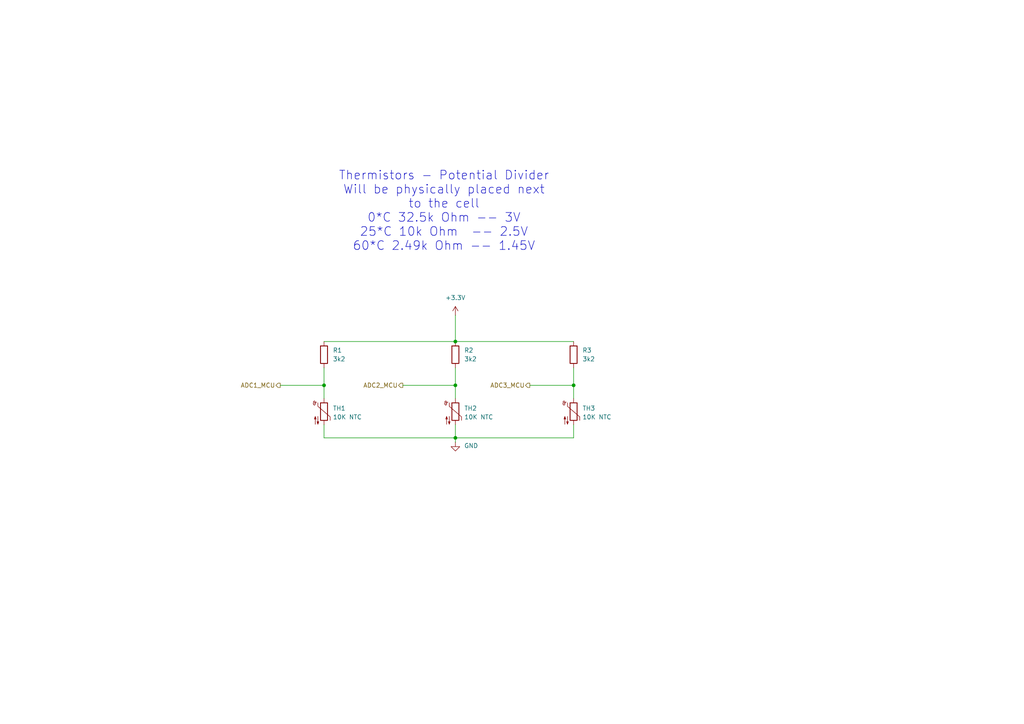
<source format=kicad_sch>
(kicad_sch (version 20231120) (generator "eeschema") (generator_version "8.0")
  (paper "A4")
  (lib_symbols
    (symbol "Device:R" (pin_numbers hide) (pin_names (offset 0))
      (property "Reference" "R" (at 2.032 0 90))
      (property "Value" "R" (at 0 0 90))
      (symbol "R_0_1"
        (rectangle (start -1.016 -2.54) (end 1.016 2.54) (stroke (width 0.254)))
      )
      (symbol "R_1_1"
        (pin passive line (at 0 3.81 270) (length 1.27) (name "~") (number "1"))
        (pin passive line (at 0 -3.81 90) (length 1.27) (name "~") (number "2"))
      )
    )
    (symbol "Device:Thermistor_NTC" (pin_numbers hide) (pin_names (offset 0))
      (property "Reference" "TH" (at -4.445 0 90))
      (property "Value" "Thermistor_NTC" (at 3.175 0 90))
      (symbol "Thermistor_NTC_0_1"
        (arc (start -3.048 2.159) (mid -3.0495 2.3143) (end -3.175 2.413))
        (arc (start -3.048 2.159) (mid -2.9736 1.9794) (end -2.794 1.905))
        (arc (start -3.048 2.794) (mid -2.9736 2.6144) (end -2.794 2.54))
        (arc (start -2.794 1.905) (mid -2.6144 1.9794) (end -2.54 2.159))
        (arc (start -2.794 2.54) (mid -2.4393 2.5587) (end -2.159 2.794))
        (arc (start -2.794 3.048) (mid -2.9736 2.9736) (end -3.048 2.794))
        (arc (start -2.54 2.794) (mid -2.6144 2.9736) (end -2.794 3.048))
        (rectangle (start -1.016 2.54) (end 1.016 -2.54) (stroke (width 0.254)))
        (polyline (pts (xy -2.54 2.159) (xy -2.54 2.794)))
        (polyline (pts (xy -1.778 2.54) (xy -1.778 1.524) (xy 1.778 -1.524) (xy 1.778 -2.54)))
        (polyline (pts (xy -2.54 -3.683) (xy -2.54 -1.397) (xy -2.794 -2.159) (xy -2.286 -2.159) (xy -2.54 -1.397) (xy -2.54 -1.651)) (fill (type outline)))
        (polyline (pts (xy -1.778 -1.397) (xy -1.778 -3.683) (xy -2.032 -2.921) (xy -1.524 -2.921) (xy -1.778 -3.683) (xy -1.778 -3.429)) (fill (type outline)))
      )
      (symbol "Thermistor_NTC_1_1"
        (pin passive line (at 0 3.81 270) (length 1.27) (name "~") (number "1"))
        (pin passive line (at 0 -3.81 90) (length 1.27) (name "~") (number "2"))
      )
    )
    (symbol "power:+3.3V" (power) (pin_numbers hide) (pin_names (offset 0) hide)
      (property "Value" "+3.3V" (at 0 3.556 0))
      (symbol "+3.3V_0_1"
        (polyline (pts (xy -0.762 1.27) (xy 0 2.54)))
        (polyline (pts (xy 0 0) (xy 0 2.54)))
        (polyline (pts (xy 0 2.54) (xy 0.762 1.27)))
      )
      (symbol "+3.3V_1_1"
        (pin power_in line (at 0 0 90) (length 0) (name "~") (number "1"))
      )
    )
    (symbol "power:GND" (power) (pin_numbers hide) (pin_names (offset 0) hide)
      (property "Value" "GND" (at 0 -3.81 0))
      (symbol "GND_0_1"
        (polyline (pts (xy 0 0) (xy 0 -1.27) (xy 1.27 -1.27) (xy 0 -2.54) (xy -1.27 -1.27) (xy 0 -1.27)))
      )
      (symbol "GND_1_1"
        (pin power_in line (at 0 0 270) (length 0) (name "~") (number "1"))
      )
    )
  )
  (junction (at 166.37 111.76))
  (junction (at 132.08 127))
  (junction (at 93.98 111.76))
  (junction (at 132.08 111.76))
  (junction (at 132.08 99.06))
  (wire (pts (xy 132.08 106.68) (xy 132.08 111.76)))
  (wire (pts (xy 166.37 106.68) (xy 166.37 111.76)))
  (wire (pts (xy 116.84 111.76) (xy 132.08 111.76)))
  (wire (pts (xy 93.98 99.06) (xy 132.08 99.06)))
  (wire (pts (xy 153.67 111.76) (xy 166.37 111.76)))
  (wire (pts (xy 132.08 91.44) (xy 132.08 99.06)))
  (wire (pts (xy 166.37 127) (xy 166.37 123.19)))
  (wire (pts (xy 93.98 111.76) (xy 93.98 115.57)))
  (wire (pts (xy 166.37 111.76) (xy 166.37 115.57)))
  (wire (pts (xy 132.08 99.06) (xy 166.37 99.06)))
  (wire (pts (xy 132.08 111.76) (xy 132.08 115.57)))
  (wire (pts (xy 132.08 127) (xy 166.37 127)))
  (wire (pts (xy 132.08 123.19) (xy 132.08 127)))
  (wire (pts (xy 93.98 123.19) (xy 93.98 127)))
  (wire (pts (xy 93.98 127) (xy 132.08 127)))
  (wire (pts (xy 81.28 111.76) (xy 93.98 111.76)))
  (wire (pts (xy 93.98 106.68) (xy 93.98 111.76)))
  (wire (pts (xy 132.08 127) (xy 132.08 128.27)))
  (text "Thermistors - Potential Divider\nWill be physically placed next\nto the cell\n0*C 32.5k Ohm -- 3V\n25*C 10k Ohm  -- 2.5V\n60*C 2.49k Ohm -- 1.45V" (at 128.778 61.214 0) (effects (font (size 2.54 2.54))))
  (hierarchical_label "ADC1_MCU" (shape output) (at 81.28 111.76 180))
  (hierarchical_label "ADC3_MCU" (shape output) (at 153.67 111.76 180))
  (hierarchical_label "ADC2_MCU" (shape output) (at 116.84 111.76 180))
  (symbol (lib_id "Device:R") (at 93.98 102.87 0) (unit 1)
    (property "Reference" "R1" (at 96.52 101.5999 0) (effects (justify left)))
    (property "Value" "3k2" (at 96.52 104.1399 0) (effects (justify left)))
    (property "Description" "Resistor" (effects (hide yes)))
  )
  (symbol (lib_id "Device:R") (at 166.37 102.87 0) (unit 1)
    (property "Reference" "R3" (at 168.91 101.5999 0) (effects (justify left)))
    (property "Value" "3k2" (at 168.91 104.1399 0) (effects (justify left)))
    (property "Description" "Resistor" (effects (hide yes)))
  )
  (symbol (lib_id "Device:Thermistor_NTC") (at 93.98 119.38 0) (unit 1)
    (property "Reference" "TH1" (at 96.52 118.4274 0) (effects (justify left)))
    (property "Value" "10K NTC" (at 96.52 120.9674 0) (effects (justify left)))
    (property "Description" "Temperature dependent resistor, negative temperature coefficient" (effects (hide yes)))
  )
  (symbol (lib_id "Device:R") (at 132.08 102.87 0) (unit 1)
    (property "Reference" "R2" (at 134.62 101.5999 0) (effects (justify left)))
    (property "Value" "3k2" (at 134.62 104.1399 0) (effects (justify left)))
    (property "Description" "Resistor" (effects (hide yes)))
  )
  (symbol (lib_id "power:GND") (at 132.08 128.27 0) (unit 1)
    (property "Reference" "#PWR02" (effects (hide yes)))
    (property "Value" "GND" (at 136.652 129.286 0))
    (property "Description" "Power symbol creates a global label with name \"GND\" , ground" (effects (hide yes)))
  )
  (symbol (lib_id "power:+3.3V") (at 132.08 91.44 0) (unit 1)
    (property "Reference" "#PWR01" (effects (hide yes)))
    (property "Value" "+3.3V" (at 132.08 86.36 0))
    (property "Description" "Power symbol creates a global label with name \"+3.3V\"" (effects (hide yes)))
  )
  (symbol (lib_id "Device:Thermistor_NTC") (at 166.37 119.38 0) (unit 1)
    (property "Reference" "TH3" (at 168.91 118.4274 0) (effects (justify left)))
    (property "Value" "10K NTC" (at 168.91 120.9674 0) (effects (justify left)))
    (property "Description" "Temperature dependent resistor, negative temperature coefficient" (effects (hide yes)))
  )
  (symbol (lib_id "Device:Thermistor_NTC") (at 132.08 119.38 0) (unit 1)
    (property "Reference" "TH2" (at 134.62 118.4274 0) (effects (justify left)))
    (property "Value" "10K NTC" (at 134.62 120.9674 0) (effects (justify left)))
    (property "Description" "Temperature dependent resistor, negative temperature coefficient" (effects (hide yes)))
  )
)
</source>
